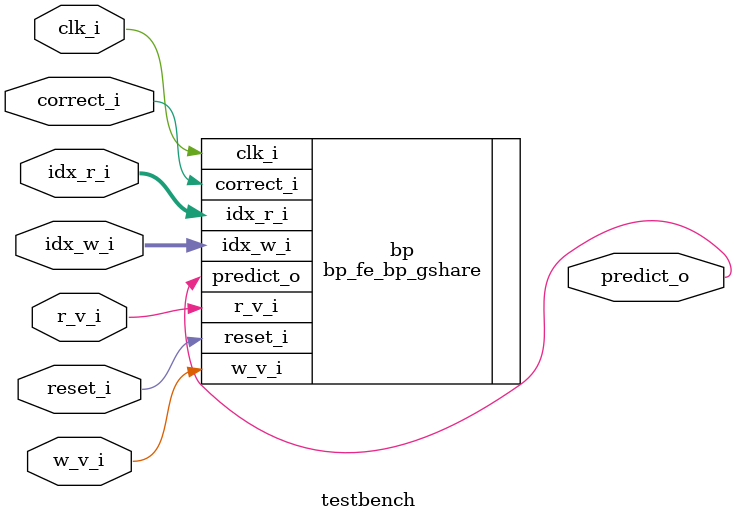
<source format=sv>
module testbench
  #( parameter bht_idx_width_p   = 9
  ,  parameter bp_cnt_sat_bits_p = 2
  )
  ( input                       clk_i
  , input                       reset_i

  , input                       w_v_i
  , input [bht_idx_width_p-1:0] idx_w_i
  , input                       correct_i

  , input                       r_v_i
  , input [bht_idx_width_p-1:0] idx_r_i
  , output                      predict_o
  );


bp_fe_bp_gshare
    #(.bht_idx_width_p(bht_idx_width_p),
      .bp_cnt_sat_bits_p(bp_cnt_sat_bits_p)
    ) bp
    ( .clk_i(clk_i)
    , .reset_i(reset_i)

    , .w_v_i(w_v_i)
    , .idx_w_i(idx_w_i)
    , .correct_i(correct_i)

    , .r_v_i(r_v_i)
    , .idx_r_i(idx_r_i)
    , .predict_o(predict_o)
    );


`ifndef VERILATOR
  // dump waves
  initial begin
    $dumpfile("dump.vcd");
    $dumpvars(1, testbench);
  end
`endif

endmodule

</source>
